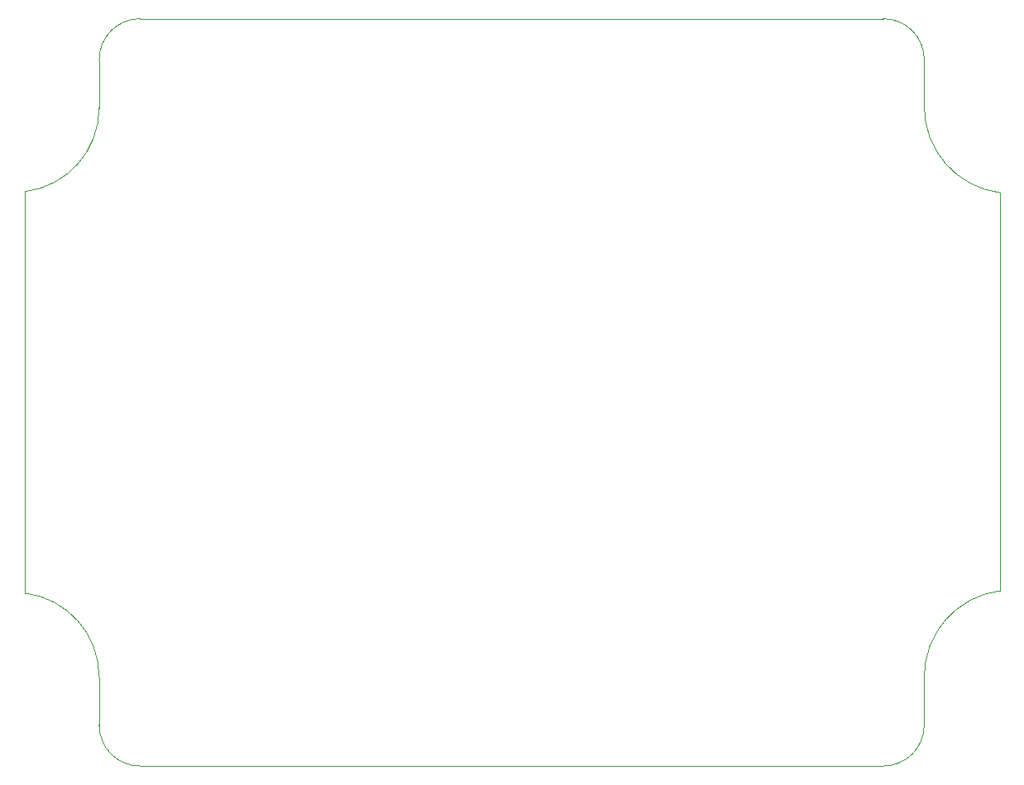
<source format=gm1>
G04 #@! TF.GenerationSoftware,KiCad,Pcbnew,(5.1.12)-1*
G04 #@! TF.CreationDate,2022-03-28T13:46:33+08:00*
G04 #@! TF.ProjectId,spi_mux_demo_board,7370695f-6d75-4785-9f64-656d6f5f626f,rev?*
G04 #@! TF.SameCoordinates,Original*
G04 #@! TF.FileFunction,Profile,NP*
%FSLAX46Y46*%
G04 Gerber Fmt 4.6, Leading zero omitted, Abs format (unit mm)*
G04 Created by KiCad (PCBNEW (5.1.12)-1) date 2022-03-28 13:46:33*
%MOMM*%
%LPD*%
G01*
G04 APERTURE LIST*
G04 #@! TA.AperFunction,Profile*
%ADD10C,0.050000*%
G04 #@! TD*
G04 APERTURE END LIST*
D10*
X99307041Y-77283849D02*
X99307041Y-118423151D01*
X99307041Y-118423151D02*
G75*
G02*
X106934000Y-127000000I-1009041J-8576849D01*
G01*
X99307041Y-77283849D02*
G75*
G03*
X106934000Y-68707000I-1009041J8576849D01*
G01*
X199129175Y-77395328D02*
X199129175Y-118184672D01*
X199129175Y-118184672D02*
G75*
G03*
X191389000Y-127000000I1149825J-8815328D01*
G01*
X199129175Y-77395328D02*
G75*
G02*
X191389000Y-68580000I1149825J8815328D01*
G01*
X106934000Y-127000000D02*
X106934000Y-131953000D01*
X106934000Y-63754000D02*
X106934000Y-68707000D01*
X106934000Y-131953000D02*
G75*
G03*
X111125000Y-136144000I4191000J0D01*
G01*
X187198000Y-136144000D02*
X111125000Y-136144000D01*
X187198000Y-136144000D02*
G75*
G03*
X191389000Y-131953000I0J4191000D01*
G01*
X191389000Y-127000000D02*
X191389000Y-131953000D01*
X106934000Y-63754000D02*
G75*
G02*
X111125000Y-59563000I4191000J0D01*
G01*
X191389000Y-63754000D02*
X191389000Y-68580000D01*
X191389000Y-63754000D02*
G75*
G03*
X187198000Y-59563000I-4191000J0D01*
G01*
X111125000Y-59563000D02*
X187198000Y-59563000D01*
M02*

</source>
